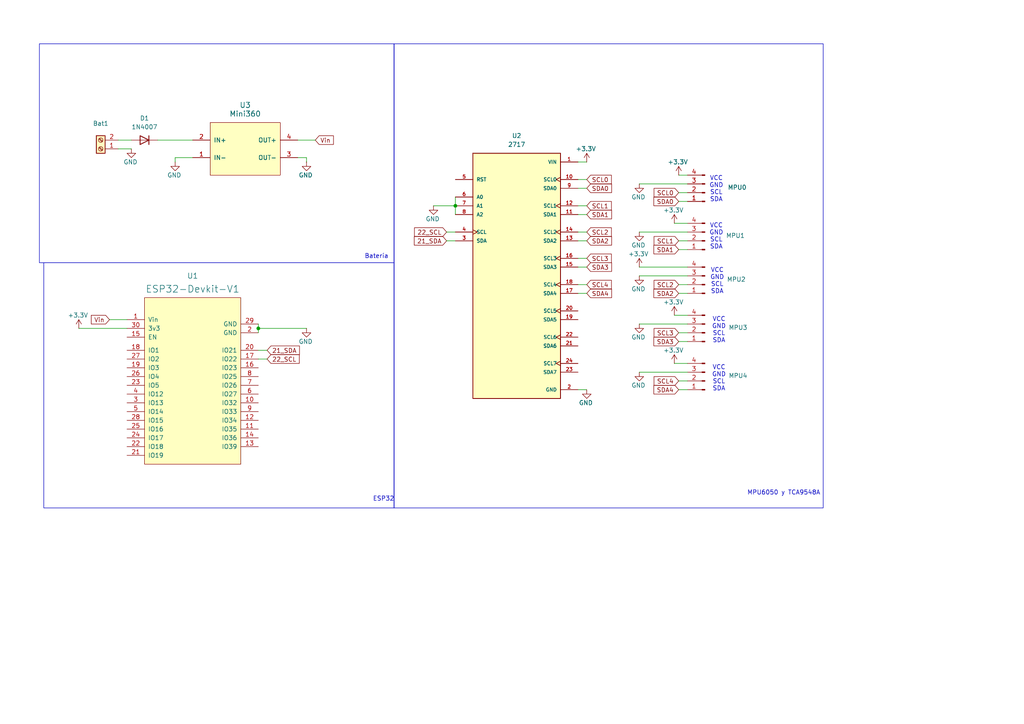
<source format=kicad_sch>
(kicad_sch (version 20250114) (generator "eeschema") (generator_version "9.0")
  (paper "A4")
  (lib_symbols
    (symbol "2717:2717" (pin_names (offset 1.016))
      (property "Reference" "U" (at -12.7 36.322 0))
      (property "Value" "2717" (at -12.7 -38.1 0))
      (symbol "2717_0_0"
        (rectangle (start -12.7 -35.56) (end 12.7 35.56) (stroke (width 0.254)) (fill (type background)))
        (pin input line (at -17.78 27.94 0) (length 5.08) (name "RST") (number "5"))
        (pin input line (at -17.78 22.86 0) (length 5.08) (name "A0") (number "6"))
        (pin input line (at -17.78 20.32 0) (length 5.08) (name "A1") (number "7"))
        (pin input line (at -17.78 17.78 0) (length 5.08) (name "A2") (number "8"))
        (pin input clock (at -17.78 12.7 0) (length 5.08) (name "SCL") (number "4"))
        (pin bidirectional line (at -17.78 10.16 0) (length 5.08) (name "SDA") (number "3"))
        (pin power_in line (at 17.78 33.02 180) (length 5.08) (name "VIN") (number "1"))
        (pin output clock (at 17.78 27.94 180) (length 5.08) (name "SCL0") (number "10"))
        (pin bidirectional line (at 17.78 25.4 180) (length 5.08) (name "SDA0") (number "9"))
        (pin output clock (at 17.78 20.32 180) (length 5.08) (name "SCL1") (number "12"))
        (pin bidirectional line (at 17.78 17.78 180) (length 5.08) (name "SDA1") (number "11"))
        (pin output clock (at 17.78 12.7 180) (length 5.08) (name "SCL2") (number "14"))
        (pin bidirectional line (at 17.78 10.16 180) (length 5.08) (name "SDA2") (number "13"))
        (pin output clock (at 17.78 5.08 180) (length 5.08) (name "SCL3") (number "16"))
        (pin bidirectional line (at 17.78 2.54 180) (length 5.08) (name "SDA3") (number "15"))
        (pin output clock (at 17.78 -2.54 180) (length 5.08) (name "SCL4") (number "18"))
        (pin bidirectional line (at 17.78 -5.08 180) (length 5.08) (name "SDA4") (number "17"))
        (pin output clock (at 17.78 -10.16 180) (length 5.08) (name "SCL5") (number "20"))
        (pin bidirectional line (at 17.78 -12.7 180) (length 5.08) (name "SDA5") (number "19"))
        (pin output clock (at 17.78 -17.78 180) (length 5.08) (name "SCL6") (number "22"))
        (pin bidirectional line (at 17.78 -20.32 180) (length 5.08) (name "SDA6") (number "21"))
        (pin output clock (at 17.78 -25.4 180) (length 5.08) (name "SCL7") (number "24"))
        (pin bidirectional line (at 17.78 -27.94 180) (length 5.08) (name "SDA7") (number "23"))
        (pin power_in line (at 17.78 -33.02 180) (length 5.08) (name "GND") (number "2"))
      )
    )
    (symbol "Connector:Conn_01x04_Pin" (pin_names (offset 1.016) (hide yes))
      (property "Reference" "J" (at 0 5.08 0))
      (property "Value" "Conn_01x04_Pin" (at 0 -7.62 0))
      (symbol "Conn_01x04_Pin_1_1"
        (rectangle (start 0.8636 2.667) (end 0 2.413) (stroke (width 0.1524)) (fill (type outline)))
        (rectangle (start 0.8636 0.127) (end 0 -0.127) (stroke (width 0.1524)) (fill (type outline)))
        (rectangle (start 0.8636 -2.413) (end 0 -2.667) (stroke (width 0.1524)) (fill (type outline)))
        (rectangle (start 0.8636 -4.953) (end 0 -5.207) (stroke (width 0.1524)) (fill (type outline)))
        (polyline (pts (xy 1.27 2.54) (xy 0.8636 2.54)) (stroke (width 0.1524)))
        (polyline (pts (xy 1.27 0) (xy 0.8636 0)) (stroke (width 0.1524)))
        (polyline (pts (xy 1.27 -2.54) (xy 0.8636 -2.54)) (stroke (width 0.1524)))
        (polyline (pts (xy 1.27 -5.08) (xy 0.8636 -5.08)) (stroke (width 0.1524)))
        (pin passive line (at 5.08 2.54 180) (length 3.81) (name "Pin_1") (number "1"))
        (pin passive line (at 5.08 0 180) (length 3.81) (name "Pin_2") (number "2"))
        (pin passive line (at 5.08 -2.54 180) (length 3.81) (name "Pin_3") (number "3"))
        (pin passive line (at 5.08 -5.08 180) (length 3.81) (name "Pin_4") (number "4"))
      )
    )
    (symbol "Connector:Screw_Terminal_01x02" (pin_names (offset 1.016) (hide yes))
      (property "Reference" "J" (at 0 2.54 0))
      (property "Value" "Screw_Terminal_01x02" (at 0 -5.08 0))
      (symbol "Screw_Terminal_01x02_1_1"
        (rectangle (start -1.27 1.27) (end 1.27 -3.81) (stroke (width 0.254)) (fill (type background)))
        (polyline (pts (xy -0.5334 0.3302) (xy 0.3302 -0.508)) (stroke (width 0.1524)))
        (polyline (pts (xy -0.5334 -2.2098) (xy 0.3302 -3.048)) (stroke (width 0.1524)))
        (polyline (pts (xy -0.3556 0.508) (xy 0.508 -0.3302)) (stroke (width 0.1524)))
        (polyline (pts (xy -0.3556 -2.032) (xy 0.508 -2.8702)) (stroke (width 0.1524)))
        (circle (center 0 0) (radius 0.635) (stroke (width 0.1524)))
        (circle (center 0 -2.54) (radius 0.635) (stroke (width 0.1524)))
        (pin passive line (at -5.08 0 0) (length 3.81) (name "Pin_1") (number "1"))
        (pin passive line (at -5.08 -2.54 0) (length 3.81) (name "Pin_2") (number "2"))
      )
    )
    (symbol "Diode:1N4007" (pin_numbers (hide yes)) (pin_names (hide yes))
      (property "Reference" "D" (at 0 2.54 0))
      (property "Value" "1N4007" (at 0 -2.54 0))
      (symbol "1N4007_0_1"
        (polyline (pts (xy -1.27 1.27) (xy -1.27 -1.27)) (stroke (width 0.254)))
        (polyline (pts (xy 1.27 1.27) (xy 1.27 -1.27) (xy -1.27 0) (xy 1.27 1.27)) (stroke (width 0.254)))
        (polyline (pts (xy 1.27 0) (xy -1.27 0)))
      )
      (symbol "1N4007_1_1"
        (pin passive line (at -3.81 0 0) (length 2.54) (name "K") (number "1"))
        (pin passive line (at 3.81 0 180) (length 2.54) (name "A") (number "2"))
      )
    )
    (symbol "esp32-devkit-v1:ESP32-Devkit-V1" (pin_names (offset 1.016))
      (property "Reference" "U" (at 13.97 -21.59 0))
      (property "Value" "ESP32-Devkit-V1" (at 13.97 -2.54 0))
      (symbol "ESP32-Devkit-V1_0_1"
        (rectangle (start 0 0) (end 27.94 -48.26) (fill (type background)))
      )
      (symbol "ESP32-Devkit-V1_1_1"
        (pin power_in line (at -5.08 -6.35 0) (length 5.08) (name "Vin") (number "1"))
        (pin power_out line (at -5.08 -8.89 0) (length 5.08) (name "3v3") (number "30"))
        (pin input line (at -5.08 -11.43 0) (length 5.08) (name "EN") (number "15"))
        (pin bidirectional line (at -5.08 -15.24 0) (length 5.08) (name "IO1") (number "18"))
        (pin bidirectional line (at -5.08 -17.78 0) (length 5.08) (name "IO2") (number "27"))
        (pin bidirectional line (at -5.08 -20.32 0) (length 5.08) (name "IO3") (number "19"))
        (pin bidirectional line (at -5.08 -22.86 0) (length 5.08) (name "IO4") (number "26"))
        (pin bidirectional line (at -5.08 -25.4 0) (length 5.08) (name "IO5") (number "23"))
        (pin bidirectional line (at -5.08 -27.94 0) (length 5.08) (name "IO12") (number "4"))
        (pin bidirectional line (at -5.08 -30.48 0) (length 5.08) (name "IO13") (number "3"))
        (pin bidirectional line (at -5.08 -33.02 0) (length 5.08) (name "IO14") (number "5"))
        (pin bidirectional line (at -5.08 -35.56 0) (length 5.08) (name "IO15") (number "28"))
        (pin bidirectional line (at -5.08 -38.1 0) (length 5.08) (name "IO16") (number "25"))
        (pin bidirectional line (at -5.08 -40.64 0) (length 5.08) (name "IO17") (number "24"))
        (pin bidirectional line (at -5.08 -43.18 0) (length 5.08) (name "IO18") (number "22"))
        (pin bidirectional line (at -5.08 -45.72 0) (length 5.08) (name "IO19") (number "21"))
        (pin power_out line (at 33.02 -7.62 180) (length 5.08) (name "GND") (number "29"))
        (pin power_out line (at 33.02 -10.16 180) (length 5.08) (name "GND") (number "2"))
        (pin bidirectional line (at 33.02 -15.24 180) (length 5.08) (name "IO21") (number "20"))
        (pin bidirectional line (at 33.02 -17.78 180) (length 5.08) (name "IO22") (number "17"))
        (pin bidirectional line (at 33.02 -20.32 180) (length 5.08) (name "IO23") (number "16"))
        (pin bidirectional line (at 33.02 -22.86 180) (length 5.08) (name "IO25") (number "8"))
        (pin bidirectional line (at 33.02 -25.4 180) (length 5.08) (name "IO26") (number "7"))
        (pin bidirectional line (at 33.02 -27.94 180) (length 5.08) (name "IO27") (number "6"))
        (pin bidirectional line (at 33.02 -30.48 180) (length 5.08) (name "IO32") (number "10"))
        (pin bidirectional line (at 33.02 -33.02 180) (length 5.08) (name "IO33") (number "9"))
        (pin bidirectional line (at 33.02 -35.56 180) (length 5.08) (name "IO34") (number "12"))
        (pin bidirectional line (at 33.02 -38.1 180) (length 5.08) (name "IO35") (number "11"))
        (pin bidirectional line (at 33.02 -40.64 180) (length 5.08) (name "IO36") (number "14"))
        (pin bidirectional line (at 33.02 -43.18 180) (length 5.08) (name "IO39") (number "13"))
      )
    )
    (symbol "mini360:Mini360" (pin_names (offset 1.016))
      (property "Reference" "U" (at 0 -5.08 0))
      (property "Value" "Mini360" (at 0 5.08 0))
      (symbol "Mini360_0_1"
        (rectangle (start -10.16 7.62) (end 10.16 -7.62) (fill (type background)))
      )
      (symbol "Mini360_1_1"
        (pin power_in line (at -15.24 2.54 0) (length 5.08) (name "IN+") (number "2"))
        (pin power_in line (at -15.24 -2.54 0) (length 5.08) (name "IN-") (number "1"))
        (pin power_out line (at 15.24 2.54 180) (length 5.08) (name "OUT+") (number "4"))
        (pin power_out line (at 15.24 -2.54 180) (length 5.08) (name "OUT-") (number "3"))
      )
    )
    (symbol "power:+3.3V" (power) (pin_numbers (hide yes)) (pin_names (offset 0) (hide yes))
      (property "Value" "+3.3V" (at 0 3.556 0))
      (symbol "+3.3V_0_1"
        (polyline (pts (xy -0.762 1.27) (xy 0 2.54)))
        (polyline (pts (xy 0 2.54) (xy 0.762 1.27)))
        (polyline (pts (xy 0 0) (xy 0 2.54)))
      )
      (symbol "+3.3V_1_1"
        (pin power_in line (at 0 0 90) (length 0) (name "~") (number "1"))
      )
    )
    (symbol "power:GND" (power) (pin_numbers (hide yes)) (pin_names (offset 0) (hide yes))
      (property "Value" "GND" (at 0 -3.81 0))
      (symbol "GND_0_1"
        (polyline (pts (xy 0 0) (xy 0 -1.27) (xy 1.27 -1.27) (xy 0 -2.54) (xy -1.27 -1.27) (xy 0 -1.27)))
      )
      (symbol "GND_1_1"
        (pin power_in line (at 0 0 270) (length 0) (name "~") (number "1"))
      )
    )
  )
  (rectangle (start 114.3 12.7) (end 238.76 147.32))
  (rectangle (start 12.7 76.2) (end 114.3 147.32))
  (rectangle (start 11.43 12.7) (end 114.3 76.2))
  (text "ESP32\n" (at 111.252 144.78 0) (effects (font (size 1.27 1.27))))
  (text "VCC\nGND\nSCL\nSDA" (at 207.772 68.58 0) (effects (font (size 1.27 1.27))))
  (text "VCC\nGND\nSCL\nSDA" (at 208.534 95.758 0) (effects (font (size 1.27 1.27))))
  (text "VCC\nGND\nSCL\nSDA" (at 207.772 54.864 0) (effects (font (size 1.27 1.27))))
  (text "Batería\n" (at 109.22 74.422 0) (effects (font (size 1.27 1.27))))
  (text "VCC\nGND\nSCL\nSDA" (at 208.026 81.534 0) (effects (font (size 1.27 1.27))))
  (text "VCC\nGND\nSCL\nSDA" (at 208.534 109.728 0) (effects (font (size 1.27 1.27))))
  (text "MPU6050 y TCA9548A\n" (at 227.33 143.002 0) (effects (font (size 1.27 1.27))))
  (junction (at 132.08 59.69))
  (junction (at 74.93 95.25))
  (wire (pts (xy 132.08 59.69) (xy 132.08 57.15)))
  (wire (pts (xy 125.73 59.69) (xy 132.08 59.69)))
  (wire (pts (xy 170.18 46.99) (xy 167.64 46.99)))
  (wire (pts (xy 50.8 45.72) (xy 55.88 45.72)))
  (wire (pts (xy 185.42 80.01) (xy 199.39 80.01)))
  (wire (pts (xy 170.18 113.03) (xy 167.64 113.03)))
  (wire (pts (xy 185.42 107.95) (xy 199.39 107.95)))
  (wire (pts (xy 31.75 92.71) (xy 36.83 92.71)))
  (wire (pts (xy 88.9 95.25) (xy 74.93 95.25)))
  (wire (pts (xy 77.47 104.14) (xy 74.93 104.14)))
  (wire (pts (xy 196.85 82.55) (xy 199.39 82.55)))
  (wire (pts (xy 22.86 95.25) (xy 36.83 95.25)))
  (wire (pts (xy 185.42 67.31) (xy 199.39 67.31)))
  (wire (pts (xy 185.42 77.47) (xy 199.39 77.47)))
  (wire (pts (xy 196.85 69.85) (xy 199.39 69.85)))
  (wire (pts (xy 129.54 69.85) (xy 132.08 69.85)))
  (wire (pts (xy 170.18 77.47) (xy 167.64 77.47)))
  (wire (pts (xy 129.54 67.31) (xy 132.08 67.31)))
  (wire (pts (xy 196.85 96.52) (xy 199.39 96.52)))
  (wire (pts (xy 50.8 46.99) (xy 50.8 45.72)))
  (wire (pts (xy 195.58 64.77) (xy 199.39 64.77)))
  (wire (pts (xy 38.1 43.18) (xy 34.29 43.18)))
  (wire (pts (xy 170.18 52.07) (xy 167.64 52.07)))
  (wire (pts (xy 196.85 110.49) (xy 199.39 110.49)))
  (wire (pts (xy 195.58 91.44) (xy 199.39 91.44)))
  (wire (pts (xy 77.47 101.6) (xy 74.93 101.6)))
  (wire (pts (xy 185.42 53.34) (xy 199.39 53.34)))
  (wire (pts (xy 170.18 82.55) (xy 167.64 82.55)))
  (wire (pts (xy 170.18 67.31) (xy 167.64 67.31)))
  (wire (pts (xy 170.18 54.61) (xy 167.64 54.61)))
  (wire (pts (xy 34.29 40.64) (xy 38.1 40.64)))
  (wire (pts (xy 185.42 93.98) (xy 199.39 93.98)))
  (wire (pts (xy 88.9 45.72) (xy 86.36 45.72)))
  (wire (pts (xy 196.85 55.88) (xy 199.39 55.88)))
  (wire (pts (xy 74.93 95.25) (xy 74.93 93.98)))
  (wire (pts (xy 196.85 85.09) (xy 199.39 85.09)))
  (wire (pts (xy 170.18 69.85) (xy 167.64 69.85)))
  (wire (pts (xy 45.72 40.64) (xy 55.88 40.64)))
  (wire (pts (xy 132.08 62.23) (xy 132.08 59.69)))
  (wire (pts (xy 86.36 40.64) (xy 91.44 40.64)))
  (wire (pts (xy 88.9 46.99) (xy 88.9 45.72)))
  (wire (pts (xy 196.85 72.39) (xy 199.39 72.39)))
  (wire (pts (xy 74.93 96.52) (xy 74.93 95.25)))
  (wire (pts (xy 196.85 113.03) (xy 199.39 113.03)))
  (wire (pts (xy 170.18 85.09) (xy 167.64 85.09)))
  (wire (pts (xy 170.18 59.69) (xy 167.64 59.69)))
  (wire (pts (xy 196.85 58.42) (xy 199.39 58.42)))
  (wire (pts (xy 196.85 50.8) (xy 199.39 50.8)))
  (wire (pts (xy 170.18 62.23) (xy 167.64 62.23)))
  (wire (pts (xy 195.58 105.41) (xy 199.39 105.41)))
  (wire (pts (xy 170.18 74.93) (xy 167.64 74.93)))
  (wire (pts (xy 196.85 99.06) (xy 199.39 99.06)))
  (global_label "SDA4" (shape input) (at 170.18 85.09 0) (property "Intersheetrefs" "${INTERSHEET_REFS}" (effects (hide yes))))
  (global_label "SDA0" (shape input) (at 170.18 54.61 0) (property "Intersheetrefs" "${INTERSHEET_REFS}" (effects (hide yes))))
  (global_label "22_SCL" (shape input) (at 77.47 104.14 0) (property "Intersheetrefs" "${INTERSHEET_REFS}" (effects (hide yes))))
  (global_label "SCL4" (shape input) (at 196.85 110.49 180) (property "Intersheetrefs" "${INTERSHEET_REFS}" (effects (hide yes))))
  (global_label "SCL1" (shape input) (at 170.18 59.69 0) (property "Intersheetrefs" "${INTERSHEET_REFS}" (effects (hide yes))))
  (global_label "SDA4" (shape input) (at 196.85 113.03 180) (property "Intersheetrefs" "${INTERSHEET_REFS}" (effects (hide yes))))
  (global_label "Vin" (shape input) (at 31.75 92.71 180) (property "Intersheetrefs" "${INTERSHEET_REFS}" (effects (hide yes))))
  (global_label "SCL0" (shape input) (at 170.18 52.07 0) (property "Intersheetrefs" "${INTERSHEET_REFS}" (effects (hide yes))))
  (global_label "SCL1" (shape input) (at 196.85 69.85 180) (property "Intersheetrefs" "${INTERSHEET_REFS}" (effects (hide yes))))
  (global_label "22_SCL" (shape input) (at 129.54 67.31 180) (property "Intersheetrefs" "${INTERSHEET_REFS}" (effects (hide yes))))
  (global_label "Vin" (shape input) (at 91.44 40.64 0) (property "Intersheetrefs" "${INTERSHEET_REFS}" (effects (hide yes))))
  (global_label "SCL4" (shape input) (at 170.18 82.55 0) (property "Intersheetrefs" "${INTERSHEET_REFS}" (effects (hide yes))))
  (global_label "SDA3" (shape input) (at 170.18 77.47 0) (property "Intersheetrefs" "${INTERSHEET_REFS}" (effects (hide yes))))
  (global_label "SDA3" (shape input) (at 196.85 99.06 180) (property "Intersheetrefs" "${INTERSHEET_REFS}" (effects (hide yes))))
  (global_label "SDA2" (shape input) (at 170.18 69.85 0) (property "Intersheetrefs" "${INTERSHEET_REFS}" (effects (hide yes))))
  (global_label "SCL0" (shape input) (at 196.85 55.88 180) (property "Intersheetrefs" "${INTERSHEET_REFS}" (effects (hide yes))))
  (global_label "SDA0" (shape input) (at 196.85 58.42 180) (property "Intersheetrefs" "${INTERSHEET_REFS}" (effects (hide yes))))
  (global_label "SDA2" (shape input) (at 196.85 85.09 180) (property "Intersheetrefs" "${INTERSHEET_REFS}" (effects (hide yes))))
  (global_label "SCL3" (shape input) (at 196.85 96.52 180) (property "Intersheetrefs" "${INTERSHEET_REFS}" (effects (hide yes))))
  (global_label "21_SDA" (shape input) (at 129.54 69.85 180) (property "Intersheetrefs" "${INTERSHEET_REFS}" (effects (hide yes))))
  (global_label "SCL2" (shape input) (at 196.85 82.55 180) (property "Intersheetrefs" "${INTERSHEET_REFS}" (effects (hide yes))))
  (global_label "SCL2" (shape input) (at 170.18 67.31 0) (property "Intersheetrefs" "${INTERSHEET_REFS}" (effects (hide yes))))
  (global_label "21_SDA" (shape input) (at 77.47 101.6 0) (property "Intersheetrefs" "${INTERSHEET_REFS}" (effects (hide yes))))
  (global_label "SCL3" (shape input) (at 170.18 74.93 0) (property "Intersheetrefs" "${INTERSHEET_REFS}" (effects (hide yes))))
  (global_label "SDA1" (shape input) (at 170.18 62.23 0) (property "Intersheetrefs" "${INTERSHEET_REFS}" (effects (hide yes))))
  (global_label "SDA1" (shape input) (at 196.85 72.39 180) (property "Intersheetrefs" "${INTERSHEET_REFS}" (effects (hide yes))))
  (symbol (lib_id "power:+3.3V") (at 195.58 64.77 0) (unit 1)
    (property "Reference" "#PWR010" (effects (hide yes)))
    (property "Value" "+3.3V" (at 195.326 60.96 0))
    (property "Description" "Power symbol creates a global label with name \"+3.3V\"" (effects (hide yes)))
  )
  (symbol (lib_id "power:+3.3V") (at 170.18 46.99 0) (unit 1)
    (property "Reference" "#PWR06" (effects (hide yes)))
    (property "Value" "+3.3V" (at 169.926 43.18 0))
    (property "Description" "Power symbol creates a global label with name \"+3.3V\"" (effects (hide yes)))
  )
  (symbol (lib_id "Connector:Conn_01x04_Pin") (at 204.47 69.85 180) (unit 1)
    (property "Reference" "MPU1" (at 210.566 68.326 0) (effects (justify right)))
    (property "Value" "Conn_01x04_Pin" (effects (hide yes)))
    (property "Footprint" "Connector_Molex:Molex_SL_171971-0004_1x04_P2.54mm_Vertical" (effects (hide yes)))
    (property "Description" "Generic connector, single row, 01x04, script generated" (effects (hide yes)))
  )
  (symbol (lib_id "Connector:Screw_Terminal_01x02") (at 29.21 43.18 180) (unit 1)
    (property "Reference" "Bat1" (at 29.21 35.814 0))
    (property "Value" "Screw_Terminal_01x02" (effects (hide yes)))
    (property "Footprint" "TerminalBlock:TerminalBlock_bornier-2_P5.08mm" (effects (hide yes)))
    (property "Description" "Generic screw terminal, single row, 01x02, script generated (kicad-library-utils/schlib/autogen/connector/)" (effects (hide yes)))
  )
  (symbol (lib_id "Connector:Conn_01x04_Pin") (at 204.47 110.49 180) (unit 1)
    (property "Reference" "MPU4" (at 211.328 108.966 0) (effects (justify right)))
    (property "Value" "Conn_01x04_Pin" (effects (hide yes)))
    (property "Footprint" "Connector_Molex:Molex_SL_171971-0004_1x04_P2.54mm_Vertical" (effects (hide yes)))
    (property "Description" "Generic connector, single row, 01x04, script generated" (effects (hide yes)))
  )
  (symbol (lib_id "2717:2717") (at 149.86 80.01 0) (unit 1)
    (property "Reference" "U2" (at 149.86 39.37 0))
    (property "Value" "2717" (at 149.86 41.91 0))
    (property "Footprint" "2717:MODULE_2717" (effects (hide yes)))
    (property "MF" "Adafruit" (effects (hide yes)))
    (property "MAXIMUM_PACKAGE_HEIGHT" "2.7mm" (effects (hide yes)))
    (property "Package" "None" (effects (hide yes)))
    (property "Price" "None" (effects (hide yes)))
    (property "Check_prices" "https://www.snapeda.com/parts/2717/Adafruit+Industries/view-part/?ref=eda" (effects (hide yes)))
    (property "STANDARD" "Manufacturer Recommendations" (effects (hide yes)))
    (property "PARTREV" "Sep 11, 2015" (effects (hide yes)))
    (property "SnapEDA_Link" "https://www.snapeda.com/parts/2717/Adafruit+Industries/view-part/?ref=snap" (effects (hide yes)))
    (property "MP" "2717" (effects (hide yes)))
    (property "Description_1" "Module: multiplexer; I2C interface multiplexer; TCA9548A; 3÷5VDC" (effects (hide yes)))
    (property "MANUFACTURER" "Adafruit" (effects (hide yes)))
    (property "Availability" "In Stock" (effects (hide yes)))
    (property "SNAPEDA_PN" "2717" (effects (hide yes)))
  )
  (symbol (lib_id "Connector:Conn_01x04_Pin") (at 204.47 96.52 180) (unit 1)
    (property "Reference" "MPU3" (at 211.328 94.996 0) (effects (justify right)))
    (property "Value" "Conn_01x04_Pin" (effects (hide yes)))
    (property "Footprint" "Connector_Molex:Molex_SL_171971-0004_1x04_P2.54mm_Vertical" (effects (hide yes)))
    (property "Description" "Generic connector, single row, 01x04, script generated" (effects (hide yes)))
  )
  (symbol (lib_id "power:+3.3V") (at 185.42 77.47 0) (unit 1)
    (property "Reference" "#PWR012" (effects (hide yes)))
    (property "Value" "+3.3V" (at 185.166 73.66 0))
    (property "Description" "Power symbol creates a global label with name \"+3.3V\"" (effects (hide yes)))
  )
  (symbol (lib_id "power:GND") (at 170.18 113.03 0) (unit 1)
    (property "Reference" "#PWR07" (effects (hide yes)))
    (property "Value" "GND" (at 169.926 116.84 0))
    (property "Description" "Power symbol creates a global label with name \"GND\" , ground" (effects (hide yes)))
  )
  (symbol (lib_id "Connector:Conn_01x04_Pin") (at 204.47 82.55 180) (unit 1)
    (property "Reference" "MPU2" (at 210.82 81.026 0) (effects (justify right)))
    (property "Value" "Conn_01x04_Pin" (effects (hide yes)))
    (property "Footprint" "Connector_Molex:Molex_SL_171971-0004_1x04_P2.54mm_Vertical" (effects (hide yes)))
    (property "Description" "Generic connector, single row, 01x04, script generated" (effects (hide yes)))
  )
  (symbol (lib_id "power:GND") (at 185.42 67.31 0) (unit 1)
    (property "Reference" "#PWR011" (effects (hide yes)))
    (property "Value" "GND" (at 185.166 71.12 0))
    (property "Description" "Power symbol creates a global label with name \"GND\" , ground" (effects (hide yes)))
  )
  (symbol (lib_id "power:GND") (at 38.1 43.18 0) (unit 1)
    (property "Reference" "#PWR019" (effects (hide yes)))
    (property "Value" "GND" (at 37.846 46.99 0))
    (property "Description" "Power symbol creates a global label with name \"GND\" , ground" (effects (hide yes)))
  )
  (symbol (lib_id "power:+3.3V") (at 195.58 105.41 0) (unit 1)
    (property "Reference" "#PWR016" (effects (hide yes)))
    (property "Value" "+3.3V" (at 195.326 101.6 0))
    (property "Description" "Power symbol creates a global label with name \"+3.3V\"" (effects (hide yes)))
  )
  (symbol (lib_id "mini360:Mini360") (at 71.12 43.18 0) (unit 1)
    (property "Reference" "U3" (at 71.12 30.48 0) (effects (font (size 1.524 1.524))))
    (property "Value" "Mini360" (at 71.12 33.02 0) (effects (font (size 1.524 1.524))))
    (property "Footprint" "Mini360_step-down:Mini360_step-down" (effects (hide yes)))
  )
  (symbol (lib_id "power:GND") (at 185.42 107.95 0) (unit 1)
    (property "Reference" "#PWR017" (effects (hide yes)))
    (property "Value" "GND" (at 185.166 111.76 0))
    (property "Description" "Power symbol creates a global label with name \"GND\" , ground" (effects (hide yes)))
  )
  (symbol (lib_id "Diode:1N4007") (at 41.91 40.64 180) (unit 1)
    (property "Reference" "D1" (at 41.91 34.29 0))
    (property "Value" "1N4007" (at 41.91 36.83 0))
    (property "Footprint" "Diode_THT:D_DO-41_SOD81_P10.16mm_Horizontal" (effects (hide yes)))
    (property "Datasheet" "http://www.vishay.com/docs/88503/1n4001.pdf" (effects (hide yes)))
    (property "Description" "1000V 1A General Purpose Rectifier Diode, DO-41" (effects (hide yes)))
    (property "Sim.Device" "D" (effects (hide yes)))
    (property "Sim.Pins" "1=K 2=A" (effects (hide yes)))
  )
  (symbol (lib_id "esp32-devkit-v1:ESP32-Devkit-V1") (at 41.91 86.36 0) (unit 1)
    (property "Reference" "U1" (at 55.88 80.01 0) (effects (font (size 1.524 1.524))))
    (property "Value" "ESP32-Devkit-V1" (at 55.88 83.82 0) (effects (font (size 2.0066 2.0066))))
    (property "Footprint" "DOIT_ESP32:DOIT_ESP32_Devkit" (effects (hide yes)))
  )
  (symbol (lib_id "power:GND") (at 88.9 46.99 0) (unit 1)
    (property "Reference" "#PWR02" (effects (hide yes)))
    (property "Value" "GND" (at 88.646 50.8 0))
    (property "Description" "Power symbol creates a global label with name \"GND\" , ground" (effects (hide yes)))
  )
  (symbol (lib_id "power:GND") (at 185.42 80.01 0) (unit 1)
    (property "Reference" "#PWR013" (effects (hide yes)))
    (property "Value" "GND" (at 185.166 83.82 0))
    (property "Description" "Power symbol creates a global label with name \"GND\" , ground" (effects (hide yes)))
  )
  (symbol (lib_id "Connector:Conn_01x04_Pin") (at 204.47 55.88 180) (unit 1)
    (property "Reference" "MPU0" (at 211.074 54.356 0) (effects (justify right)))
    (property "Value" "Conn_01x04_Pin" (effects (hide yes)))
    (property "Footprint" "Connector_Molex:Molex_SL_171971-0004_1x04_P2.54mm_Vertical" (effects (hide yes)))
    (property "Description" "Generic connector, single row, 01x04, script generated" (effects (hide yes)))
  )
  (symbol (lib_id "power:GND") (at 125.73 59.69 0) (unit 1)
    (property "Reference" "#PWR018" (effects (hide yes)))
    (property "Value" "GND" (at 125.476 63.5 0))
    (property "Description" "Power symbol creates a global label with name \"GND\" , ground" (effects (hide yes)))
  )
  (symbol (lib_id "power:+3.3V") (at 196.85 50.8 0) (unit 1)
    (property "Reference" "#PWR08" (effects (hide yes)))
    (property "Value" "+3.3V" (at 196.596 46.99 0))
    (property "Description" "Power symbol creates a global label with name \"+3.3V\"" (effects (hide yes)))
  )
  (symbol (lib_id "power:GND") (at 88.9 95.25 0) (unit 1)
    (property "Reference" "#PWR04" (effects (hide yes)))
    (property "Value" "GND" (at 88.646 99.06 0))
    (property "Description" "Power symbol creates a global label with name \"GND\" , ground" (effects (hide yes)))
  )
  (symbol (lib_id "power:+3.3V") (at 22.86 95.25 0) (unit 1)
    (property "Reference" "#PWR05" (effects (hide yes)))
    (property "Value" "+3.3V" (at 22.606 91.44 0))
    (property "Description" "Power symbol creates a global label with name \"+3.3V\"" (effects (hide yes)))
  )
  (symbol (lib_id "power:+3.3V") (at 195.58 91.44 0) (unit 1)
    (property "Reference" "#PWR014" (effects (hide yes)))
    (property "Value" "+3.3V" (at 195.326 87.63 0))
    (property "Description" "Power symbol creates a global label with name \"+3.3V\"" (effects (hide yes)))
  )
  (symbol (lib_id "power:GND") (at 185.42 93.98 0) (unit 1)
    (property "Reference" "#PWR015" (effects (hide yes)))
    (property "Value" "GND" (at 185.166 97.79 0))
    (property "Description" "Power symbol creates a global label with name \"GND\" , ground" (effects (hide yes)))
  )
  (symbol (lib_id "power:GND") (at 185.42 53.34 0) (unit 1)
    (property "Reference" "#PWR09" (effects (hide yes)))
    (property "Value" "GND" (at 185.166 57.15 0))
    (property "Description" "Power symbol creates a global label with name \"GND\" , ground" (effects (hide yes)))
  )
  (symbol (lib_id "power:GND") (at 50.8 46.99 0) (unit 1)
    (property "Reference" "#PWR01" (effects (hide yes)))
    (property "Value" "GND" (at 50.546 50.8 0))
    (property "Description" "Power symbol creates a global label with name \"GND\" , ground" (effects (hide yes)))
  )
)
</source>
